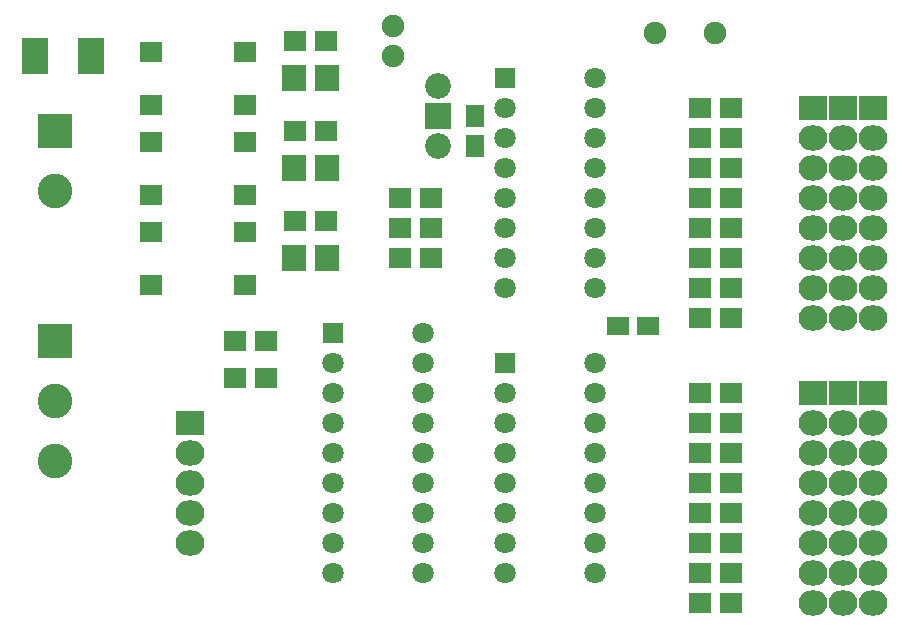
<source format=gts>
G04 #@! TF.FileFunction,Soldermask,Top*
%FSLAX46Y46*%
G04 Gerber Fmt 4.6, Leading zero omitted, Abs format (unit mm)*
G04 Created by KiCad (PCBNEW (2015-04-09 BZR 5589)-product) date Sunday, April 12, 2015 'PMt' 01:39:24 PM*
%MOMM*%
G01*
G04 APERTURE LIST*
%ADD10C,0.150000*%
%ADD11C,1.901140*%
%ADD12R,1.900000X1.650000*%
%ADD13R,1.650000X1.900000*%
%ADD14R,1.997660X2.200860*%
%ADD15R,2.200860X3.100020*%
%ADD16R,2.432000X2.127200*%
%ADD17O,2.432000X2.127200*%
%ADD18R,2.940000X2.940000*%
%ADD19C,2.940000*%
%ADD20R,1.900000X1.700000*%
%ADD21R,1.950000X1.700000*%
%ADD22R,1.797000X1.797000*%
%ADD23C,1.797000*%
%ADD24C,2.178000*%
%ADD25R,2.178000X2.178000*%
G04 APERTURE END LIST*
D10*
D11*
X174625000Y-100330000D03*
X169545000Y-100330000D03*
X147320000Y-102235000D03*
X147320000Y-99695000D03*
D12*
X168890000Y-125095000D03*
X166390000Y-125095000D03*
D13*
X154305000Y-109835000D03*
X154305000Y-107335000D03*
D14*
X141754860Y-104140000D03*
X138915140Y-104140000D03*
X141754860Y-111760000D03*
X138915140Y-111760000D03*
X141754860Y-119380000D03*
X138915140Y-119380000D03*
D15*
X116979700Y-102235000D03*
X121780300Y-102235000D03*
D16*
X182880000Y-106680000D03*
D17*
X182880000Y-109220000D03*
X182880000Y-111760000D03*
X182880000Y-114300000D03*
X182880000Y-116840000D03*
X182880000Y-119380000D03*
X182880000Y-121920000D03*
X182880000Y-124460000D03*
D16*
X187960000Y-106680000D03*
D17*
X187960000Y-109220000D03*
X187960000Y-111760000D03*
X187960000Y-114300000D03*
X187960000Y-116840000D03*
X187960000Y-119380000D03*
X187960000Y-121920000D03*
X187960000Y-124460000D03*
D16*
X185420000Y-106680000D03*
D17*
X185420000Y-109220000D03*
X185420000Y-111760000D03*
X185420000Y-114300000D03*
X185420000Y-116840000D03*
X185420000Y-119380000D03*
X185420000Y-121920000D03*
X185420000Y-124460000D03*
D16*
X182880000Y-130810000D03*
D17*
X182880000Y-133350000D03*
X182880000Y-135890000D03*
X182880000Y-138430000D03*
X182880000Y-140970000D03*
X182880000Y-143510000D03*
X182880000Y-146050000D03*
X182880000Y-148590000D03*
D16*
X187960000Y-130810000D03*
D17*
X187960000Y-133350000D03*
X187960000Y-135890000D03*
X187960000Y-138430000D03*
X187960000Y-140970000D03*
X187960000Y-143510000D03*
X187960000Y-146050000D03*
X187960000Y-148590000D03*
D16*
X185420000Y-130810000D03*
D17*
X185420000Y-133350000D03*
X185420000Y-135890000D03*
X185420000Y-138430000D03*
X185420000Y-140970000D03*
X185420000Y-143510000D03*
X185420000Y-146050000D03*
X185420000Y-148590000D03*
D16*
X130175000Y-133350000D03*
D17*
X130175000Y-135890000D03*
X130175000Y-138430000D03*
X130175000Y-140970000D03*
X130175000Y-143510000D03*
D18*
X118745000Y-126365000D03*
D19*
X118745000Y-131445000D03*
X118745000Y-136525000D03*
D18*
X118745000Y-108585000D03*
D19*
X118745000Y-113665000D03*
D20*
X173275000Y-106680000D03*
X175975000Y-106680000D03*
X173275000Y-109220000D03*
X175975000Y-109220000D03*
X173275000Y-111760000D03*
X175975000Y-111760000D03*
X173275000Y-114300000D03*
X175975000Y-114300000D03*
X173275000Y-116840000D03*
X175975000Y-116840000D03*
X173275000Y-119380000D03*
X175975000Y-119380000D03*
X173275000Y-121920000D03*
X175975000Y-121920000D03*
X173275000Y-124460000D03*
X175975000Y-124460000D03*
X173275000Y-130810000D03*
X175975000Y-130810000D03*
X173275000Y-133350000D03*
X175975000Y-133350000D03*
X173275000Y-135890000D03*
X175975000Y-135890000D03*
X173275000Y-138430000D03*
X175975000Y-138430000D03*
X173275000Y-140970000D03*
X175975000Y-140970000D03*
X173275000Y-143510000D03*
X175975000Y-143510000D03*
X173275000Y-146050000D03*
X175975000Y-146050000D03*
X173275000Y-148590000D03*
X175975000Y-148590000D03*
X150575000Y-114300000D03*
X147875000Y-114300000D03*
X141685000Y-100965000D03*
X138985000Y-100965000D03*
X150575000Y-116840000D03*
X147875000Y-116840000D03*
X141685000Y-108585000D03*
X138985000Y-108585000D03*
X150575000Y-119380000D03*
X147875000Y-119380000D03*
X141685000Y-116205000D03*
X138985000Y-116205000D03*
X136605000Y-126365000D03*
X133905000Y-126365000D03*
X136605000Y-129540000D03*
X133905000Y-129540000D03*
D21*
X126835000Y-106390000D03*
X126835000Y-101890000D03*
X134785000Y-101890000D03*
X134785000Y-106390000D03*
X126835000Y-114010000D03*
X126835000Y-109510000D03*
X134785000Y-109510000D03*
X134785000Y-114010000D03*
X126835000Y-121630000D03*
X126835000Y-117130000D03*
X134785000Y-117130000D03*
X134785000Y-121630000D03*
D22*
X142240000Y-125730000D03*
D23*
X142240000Y-128270000D03*
X142240000Y-130810000D03*
X142240000Y-133350000D03*
X142240000Y-135890000D03*
X142240000Y-138430000D03*
X142240000Y-140970000D03*
X142240000Y-143510000D03*
X142240000Y-146050000D03*
X149860000Y-146050000D03*
X149860000Y-143510000D03*
X149860000Y-140970000D03*
X149860000Y-138430000D03*
X149860000Y-135890000D03*
X149860000Y-133350000D03*
X149860000Y-130810000D03*
X149860000Y-128270000D03*
X149860000Y-125730000D03*
D22*
X156845000Y-104140000D03*
D23*
X156845000Y-106680000D03*
X156845000Y-109220000D03*
X156845000Y-111760000D03*
X156845000Y-114300000D03*
X156845000Y-116840000D03*
X156845000Y-119380000D03*
X156845000Y-121920000D03*
X164465000Y-121920000D03*
X164465000Y-119380000D03*
X164465000Y-116840000D03*
X164465000Y-114300000D03*
X164465000Y-111760000D03*
X164465000Y-109220000D03*
X164465000Y-106680000D03*
X164465000Y-104140000D03*
D22*
X156845000Y-128270000D03*
D23*
X156845000Y-130810000D03*
X156845000Y-133350000D03*
X156845000Y-135890000D03*
X156845000Y-138430000D03*
X156845000Y-140970000D03*
X156845000Y-143510000D03*
X156845000Y-146050000D03*
X164465000Y-146050000D03*
X164465000Y-143510000D03*
X164465000Y-140970000D03*
X164465000Y-138430000D03*
X164465000Y-135890000D03*
X164465000Y-133350000D03*
X164465000Y-130810000D03*
X164465000Y-128270000D03*
D24*
X151130000Y-104775000D03*
D25*
X151130000Y-107315000D03*
D24*
X151130000Y-109855000D03*
M02*

</source>
